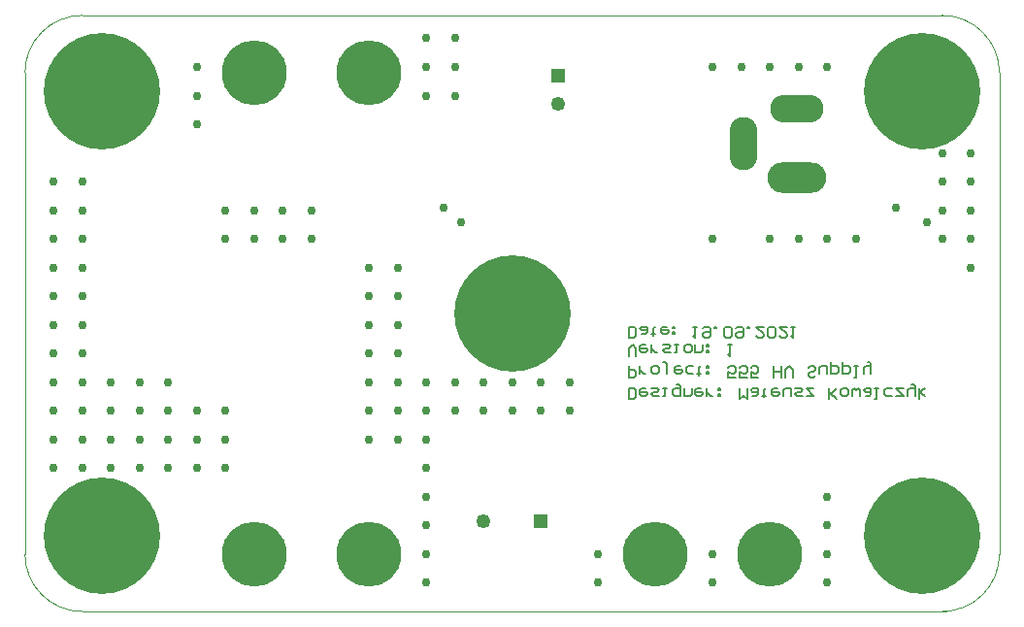
<source format=gbs>
G04*
G04 #@! TF.GenerationSoftware,Altium Limited,Altium Designer,23.9.2 (47)*
G04*
G04 Layer_Color=16711935*
%FSAX44Y44*%
%MOMM*%
G71*
G04*
G04 #@! TF.SameCoordinates,CA360F41-C6A4-41FF-A6D1-DAC2DD7E16B6*
G04*
G04*
G04 #@! TF.FilePolarity,Negative*
G04*
G01*
G75*
%ADD54C,0.1000*%
%ADD87R,1.2500X1.2500*%
%ADD88C,1.2500*%
%ADD89R,1.2500X1.2500*%
%ADD90O,5.1500X2.6500*%
%ADD91O,4.6500X2.4000*%
%ADD92O,2.4000X4.6500*%
%ADD93C,5.6500*%
%ADD94C,10.1500*%
%ADD95C,0.7500*%
%ADD110C,0.1500*%
D54*
X02150000Y02270000D02*
G03*
X02100000Y02320000I-00050000J00000000D01*
G01*
X02100000Y01800000D02*
G03*
X02150000Y01850000I00000000J00050000D01*
G01*
X01350000Y02320000D02*
G03*
X01300000Y02270000I00000000J-00050000D01*
G01*
X01300000Y01850000D02*
G03*
X01350000Y01800000I00050000J00000000D01*
G01*
X02150000Y02270000D02*
X02150000Y01850000D01*
X01350000Y02320000D02*
X02103500Y02320000D01*
X01300000Y02270000D02*
X01300000Y01850000D01*
X01350000Y01800000D02*
X02103500Y01800000D01*
D87*
X01750000Y01879000D02*
D03*
D88*
X01700000D02*
D03*
X01765000Y02242500D02*
D03*
D89*
Y02267500D02*
D03*
D90*
X01973500Y02178500D02*
D03*
D91*
Y02238500D02*
D03*
D92*
X01926500Y02208500D02*
D03*
D93*
X01500000Y01850000D02*
D03*
Y02270000D02*
D03*
X01600000Y01850000D02*
D03*
Y02270000D02*
D03*
X01950000Y01850000D02*
D03*
X01850000D02*
D03*
D94*
X01725000Y02060000D02*
D03*
X02082750Y02253750D02*
D03*
Y01866250D02*
D03*
X01367250Y02253750D02*
D03*
Y01866250D02*
D03*
D95*
X01775000Y02000000D02*
D03*
Y01975000D02*
D03*
X01750000Y02000000D02*
D03*
Y01975000D02*
D03*
X01650000Y01950000D02*
D03*
Y01925000D02*
D03*
Y01900000D02*
D03*
Y01875000D02*
D03*
Y01850000D02*
D03*
Y01825000D02*
D03*
X01800000D02*
D03*
Y01850000D02*
D03*
X01900000Y01825000D02*
D03*
Y01850000D02*
D03*
X02000000Y01825000D02*
D03*
Y01850000D02*
D03*
Y01900000D02*
D03*
Y01875000D02*
D03*
X01675000Y02300000D02*
D03*
X01650000D02*
D03*
X01675000Y02275000D02*
D03*
X01650000D02*
D03*
X01675000Y02250000D02*
D03*
X01650000D02*
D03*
X02000000Y02275000D02*
D03*
X01900000D02*
D03*
X01925000D02*
D03*
X01950000D02*
D03*
X01975000D02*
D03*
X02000000Y02125000D02*
D03*
X02025000D02*
D03*
X01900000D02*
D03*
X01950000D02*
D03*
X01975000D02*
D03*
X02100000Y02200000D02*
D03*
Y02175000D02*
D03*
Y02150000D02*
D03*
Y02125000D02*
D03*
X02125000Y02100000D02*
D03*
Y02200000D02*
D03*
Y02175000D02*
D03*
Y02150000D02*
D03*
Y02125000D02*
D03*
X01650000Y01975000D02*
D03*
X01675000D02*
D03*
X01650000Y02000000D02*
D03*
X01675000D02*
D03*
X01700000D02*
D03*
Y01975000D02*
D03*
X01725000D02*
D03*
Y02000000D02*
D03*
X01600000D02*
D03*
Y01975000D02*
D03*
X01625000Y02000000D02*
D03*
Y01975000D02*
D03*
Y01950000D02*
D03*
X01600000D02*
D03*
Y02100000D02*
D03*
Y02075000D02*
D03*
X01625000Y02100000D02*
D03*
Y02075000D02*
D03*
Y02050000D02*
D03*
X01600000D02*
D03*
Y02025000D02*
D03*
X01625000D02*
D03*
X01475000Y02125000D02*
D03*
Y02150000D02*
D03*
X01500000D02*
D03*
Y02125000D02*
D03*
X01525000D02*
D03*
X01550000D02*
D03*
X01525000Y02150000D02*
D03*
X01550000D02*
D03*
X01450000Y02275000D02*
D03*
Y02250000D02*
D03*
Y02225000D02*
D03*
X01475000Y01975000D02*
D03*
X01450000D02*
D03*
Y01950000D02*
D03*
Y01925000D02*
D03*
X01475000Y01950000D02*
D03*
Y01925000D02*
D03*
X01425000D02*
D03*
Y01950000D02*
D03*
X01400000Y01925000D02*
D03*
Y01950000D02*
D03*
X01375000Y01925000D02*
D03*
Y01950000D02*
D03*
Y01975000D02*
D03*
X01400000D02*
D03*
X01425000D02*
D03*
Y02000000D02*
D03*
X01400000D02*
D03*
X01375000D02*
D03*
X01350000Y02175000D02*
D03*
Y02150000D02*
D03*
Y02125000D02*
D03*
Y02100000D02*
D03*
Y02075000D02*
D03*
Y02050000D02*
D03*
Y02025000D02*
D03*
Y02000000D02*
D03*
Y01975000D02*
D03*
Y01950000D02*
D03*
Y01925000D02*
D03*
X01325000Y02175000D02*
D03*
Y02150000D02*
D03*
Y02125000D02*
D03*
Y02100000D02*
D03*
Y02075000D02*
D03*
Y02050000D02*
D03*
Y02025000D02*
D03*
Y02000000D02*
D03*
Y01975000D02*
D03*
Y01950000D02*
D03*
Y01925000D02*
D03*
X01665500Y02152500D02*
D03*
X02087000Y02139500D02*
D03*
X01680750Y02139250D02*
D03*
X02059500Y02152500D02*
D03*
D110*
X01826500Y01985051D02*
Y01995047D01*
X01831498D01*
X01833165Y01993381D01*
Y01986717D01*
X01831498Y01985051D01*
X01826500D01*
X01841495Y01995047D02*
X01838163D01*
X01836497Y01993381D01*
Y01990049D01*
X01838163Y01988383D01*
X01841495D01*
X01843161Y01990049D01*
Y01991715D01*
X01836497D01*
X01846494Y01995047D02*
X01851492D01*
X01853158Y01993381D01*
X01851492Y01991715D01*
X01848160D01*
X01846494Y01990049D01*
X01848160Y01988383D01*
X01853158D01*
X01856490Y01995047D02*
X01859823D01*
X01858156D01*
Y01988383D01*
X01856490D01*
X01868153Y01998380D02*
X01869819D01*
X01871485Y01996714D01*
Y01988383D01*
X01866487D01*
X01864821Y01990049D01*
Y01993381D01*
X01866487Y01995047D01*
X01871485D01*
X01874818D02*
Y01988383D01*
X01879816D01*
X01881482Y01990049D01*
Y01995047D01*
X01889813D02*
X01886481D01*
X01884814Y01993381D01*
Y01990049D01*
X01886481Y01988383D01*
X01889813D01*
X01891479Y01990049D01*
Y01991715D01*
X01884814D01*
X01894811Y01988383D02*
Y01995047D01*
Y01991715D01*
X01896477Y01990049D01*
X01898143Y01988383D01*
X01899810D01*
X01904808D02*
X01906474D01*
Y01990049D01*
X01904808D01*
Y01988383D01*
Y01993381D02*
X01906474D01*
Y01995047D01*
X01904808D01*
Y01993381D01*
X01923136Y01995047D02*
Y01985051D01*
X01926468Y01988383D01*
X01929800Y01985051D01*
Y01995047D01*
X01934798Y01988383D02*
X01938131D01*
X01939797Y01990049D01*
Y01995047D01*
X01934798D01*
X01933132Y01993381D01*
X01934798Y01991715D01*
X01939797D01*
X01944795Y01986717D02*
Y01988383D01*
X01943129D01*
X01946461D01*
X01944795D01*
Y01993381D01*
X01946461Y01995047D01*
X01956458D02*
X01953126D01*
X01951460Y01993381D01*
Y01990049D01*
X01953126Y01988383D01*
X01956458D01*
X01958124Y01990049D01*
Y01991715D01*
X01951460D01*
X01961456Y01988383D02*
Y01993381D01*
X01963123Y01995047D01*
X01968121D01*
Y01988383D01*
X01971453Y01995047D02*
X01976452D01*
X01978118Y01993381D01*
X01976452Y01991715D01*
X01973119D01*
X01971453Y01990049D01*
X01973119Y01988383D01*
X01978118D01*
X01981450D02*
X01988114D01*
X01981450Y01995047D01*
X01988114D01*
X02001444Y01985051D02*
Y01995047D01*
Y01991715D01*
X02008108Y01985051D01*
X02003110Y01990049D01*
X02008108Y01995047D01*
X02013107D02*
X02016439D01*
X02018105Y01993381D01*
Y01990049D01*
X02016439Y01988383D01*
X02013107D01*
X02011440Y01990049D01*
Y01993381D01*
X02013107Y01995047D01*
X02021437Y01988383D02*
Y01993381D01*
X02023103Y01995047D01*
X02024769Y01993381D01*
X02026436Y01995047D01*
X02028102Y01993381D01*
Y01988383D01*
X02033100D02*
X02036432D01*
X02038098Y01990049D01*
Y01995047D01*
X02033100D01*
X02031434Y01993381D01*
X02033100Y01991715D01*
X02038098D01*
X02041431Y01995047D02*
X02044763D01*
X02043097D01*
Y01985051D01*
X02041431D01*
X02056426Y01988383D02*
X02051427D01*
X02049761Y01990049D01*
Y01993381D01*
X02051427Y01995047D01*
X02056426D01*
X02059758Y01988383D02*
X02066423D01*
X02059758Y01995047D01*
X02066423D01*
X02069755Y01988383D02*
Y01993381D01*
X02071421Y01995047D01*
X02076419D01*
Y01996714D01*
X02074753Y01998380D01*
X02073087D01*
X02076419Y01995047D02*
Y01988383D01*
X02079752Y01995047D02*
Y01985051D01*
Y01991715D02*
X02084750Y01988383D01*
X02079752Y01991715D02*
X02084750Y01995047D01*
X01826500Y02013976D02*
Y02003979D01*
X01831498D01*
X01833165Y02005645D01*
Y02008977D01*
X01831498Y02010643D01*
X01826500D01*
X01836497Y02007311D02*
Y02013976D01*
Y02010643D01*
X01838163Y02008977D01*
X01839829Y02007311D01*
X01841495D01*
X01848160Y02013976D02*
X01851492D01*
X01853158Y02012310D01*
Y02008977D01*
X01851492Y02007311D01*
X01848160D01*
X01846494Y02008977D01*
Y02012310D01*
X01848160Y02013976D01*
X01856490Y02017308D02*
X01858156D01*
X01859823Y02015642D01*
Y02007311D01*
X01871485Y02013976D02*
X01868153D01*
X01866487Y02012310D01*
Y02008977D01*
X01868153Y02007311D01*
X01871485D01*
X01873152Y02008977D01*
Y02010643D01*
X01866487D01*
X01883148Y02007311D02*
X01878150D01*
X01876484Y02008977D01*
Y02012310D01*
X01878150Y02013976D01*
X01883148D01*
X01888147Y02005645D02*
Y02007311D01*
X01886481D01*
X01889813D01*
X01888147D01*
Y02012310D01*
X01889813Y02013976D01*
X01894811Y02007311D02*
X01896477D01*
Y02008977D01*
X01894811D01*
Y02007311D01*
Y02012310D02*
X01896477D01*
Y02013976D01*
X01894811D01*
Y02012310D01*
X01919803Y02003979D02*
X01913139D01*
Y02008977D01*
X01916471Y02007311D01*
X01918137D01*
X01919803Y02008977D01*
Y02012310D01*
X01918137Y02013976D01*
X01914805D01*
X01913139Y02012310D01*
X01929800Y02003979D02*
X01923136D01*
Y02008977D01*
X01926468Y02007311D01*
X01928134D01*
X01929800Y02008977D01*
Y02012310D01*
X01928134Y02013976D01*
X01924802D01*
X01923136Y02012310D01*
X01939797Y02003979D02*
X01933132D01*
Y02008977D01*
X01936465Y02007311D01*
X01938131D01*
X01939797Y02008977D01*
Y02012310D01*
X01938131Y02013976D01*
X01934798D01*
X01933132Y02012310D01*
X01953126Y02003979D02*
Y02013976D01*
Y02008977D01*
X01959790D01*
Y02003979D01*
Y02013976D01*
X01963123Y02003979D02*
Y02010643D01*
X01966455Y02013976D01*
X01969787Y02010643D01*
Y02003979D01*
X01989781Y02005645D02*
X01988114Y02003979D01*
X01984782D01*
X01983116Y02005645D01*
Y02007311D01*
X01984782Y02008977D01*
X01988114D01*
X01989781Y02010643D01*
Y02012310D01*
X01988114Y02013976D01*
X01984782D01*
X01983116Y02012310D01*
X01993113Y02007311D02*
Y02012310D01*
X01994779Y02013976D01*
X01999777D01*
Y02007311D01*
X02003110Y02017308D02*
Y02007311D01*
X02008108D01*
X02009774Y02008977D01*
Y02012310D01*
X02008108Y02013976D01*
X02003110D01*
X02013107Y02017308D02*
Y02007311D01*
X02018105D01*
X02019771Y02008977D01*
Y02012310D01*
X02018105Y02013976D01*
X02013107D01*
X02023103D02*
X02026436D01*
X02024769D01*
Y02003979D01*
X02023103D01*
X02031434Y02007311D02*
Y02012310D01*
X02033100Y02013976D01*
X02038098D01*
Y02015642D01*
X02036432Y02017308D01*
X02034766D01*
X02038098Y02013976D02*
Y02007311D01*
X01826500Y02022907D02*
Y02029572D01*
X01829832Y02032904D01*
X01833165Y02029572D01*
Y02022907D01*
X01841495Y02032904D02*
X01838163D01*
X01836497Y02031238D01*
Y02027906D01*
X01838163Y02026239D01*
X01841495D01*
X01843161Y02027906D01*
Y02029572D01*
X01836497D01*
X01846494Y02026239D02*
Y02032904D01*
Y02029572D01*
X01848160Y02027906D01*
X01849826Y02026239D01*
X01851492D01*
X01856490Y02032904D02*
X01861489D01*
X01863155Y02031238D01*
X01861489Y02029572D01*
X01858156D01*
X01856490Y02027906D01*
X01858156Y02026239D01*
X01863155D01*
X01866487Y02032904D02*
X01869819D01*
X01868153D01*
Y02026239D01*
X01866487D01*
X01876484Y02032904D02*
X01879816D01*
X01881482Y02031238D01*
Y02027906D01*
X01879816Y02026239D01*
X01876484D01*
X01874818Y02027906D01*
Y02031238D01*
X01876484Y02032904D01*
X01884814D02*
Y02026239D01*
X01889813D01*
X01891479Y02027906D01*
Y02032904D01*
X01894811Y02026239D02*
X01896477D01*
Y02027906D01*
X01894811D01*
Y02026239D01*
Y02031238D02*
X01896477D01*
Y02032904D01*
X01894811D01*
Y02031238D01*
X01913139Y02032904D02*
X01916471D01*
X01914805D01*
Y02022907D01*
X01913139Y02024573D01*
X01826500Y02038503D02*
Y02048500D01*
X01831498D01*
X01833165Y02046834D01*
Y02040169D01*
X01831498Y02038503D01*
X01826500D01*
X01838163Y02041835D02*
X01841495D01*
X01843161Y02043502D01*
Y02048500D01*
X01838163D01*
X01836497Y02046834D01*
X01838163Y02045168D01*
X01843161D01*
X01848160Y02040169D02*
Y02041835D01*
X01846494D01*
X01849826D01*
X01848160D01*
Y02046834D01*
X01849826Y02048500D01*
X01859823D02*
X01856490D01*
X01854824Y02046834D01*
Y02043502D01*
X01856490Y02041835D01*
X01859823D01*
X01861489Y02043502D01*
Y02045168D01*
X01854824D01*
X01864821Y02041835D02*
X01866487D01*
Y02043502D01*
X01864821D01*
Y02041835D01*
Y02046834D02*
X01866487D01*
Y02048500D01*
X01864821D01*
Y02046834D01*
X01883148Y02048500D02*
X01886481D01*
X01884814D01*
Y02038503D01*
X01883148Y02040169D01*
X01891479Y02046834D02*
X01893145Y02048500D01*
X01896477D01*
X01898143Y02046834D01*
Y02040169D01*
X01896477Y02038503D01*
X01893145D01*
X01891479Y02040169D01*
Y02041835D01*
X01893145Y02043502D01*
X01898143D01*
X01901476Y02048500D02*
Y02046834D01*
X01903142D01*
Y02048500D01*
X01901476D01*
X01909806Y02040169D02*
X01911473Y02038503D01*
X01914805D01*
X01916471Y02040169D01*
Y02046834D01*
X01914805Y02048500D01*
X01911473D01*
X01909806Y02046834D01*
Y02040169D01*
X01919803Y02046834D02*
X01921469Y02048500D01*
X01924802D01*
X01926468Y02046834D01*
Y02040169D01*
X01924802Y02038503D01*
X01921469D01*
X01919803Y02040169D01*
Y02041835D01*
X01921469Y02043502D01*
X01926468D01*
X01929800Y02048500D02*
Y02046834D01*
X01931466D01*
Y02048500D01*
X01929800D01*
X01944795D02*
X01938131D01*
X01944795Y02041835D01*
Y02040169D01*
X01943129Y02038503D01*
X01939797D01*
X01938131Y02040169D01*
X01948127D02*
X01949794Y02038503D01*
X01953126D01*
X01954792Y02040169D01*
Y02046834D01*
X01953126Y02048500D01*
X01949794D01*
X01948127Y02046834D01*
Y02040169D01*
X01964789Y02048500D02*
X01958124D01*
X01964789Y02041835D01*
Y02040169D01*
X01963123Y02038503D01*
X01959790D01*
X01958124Y02040169D01*
X01968121Y02048500D02*
X01971453D01*
X01969787D01*
Y02038503D01*
X01968121Y02040169D01*
M02*

</source>
